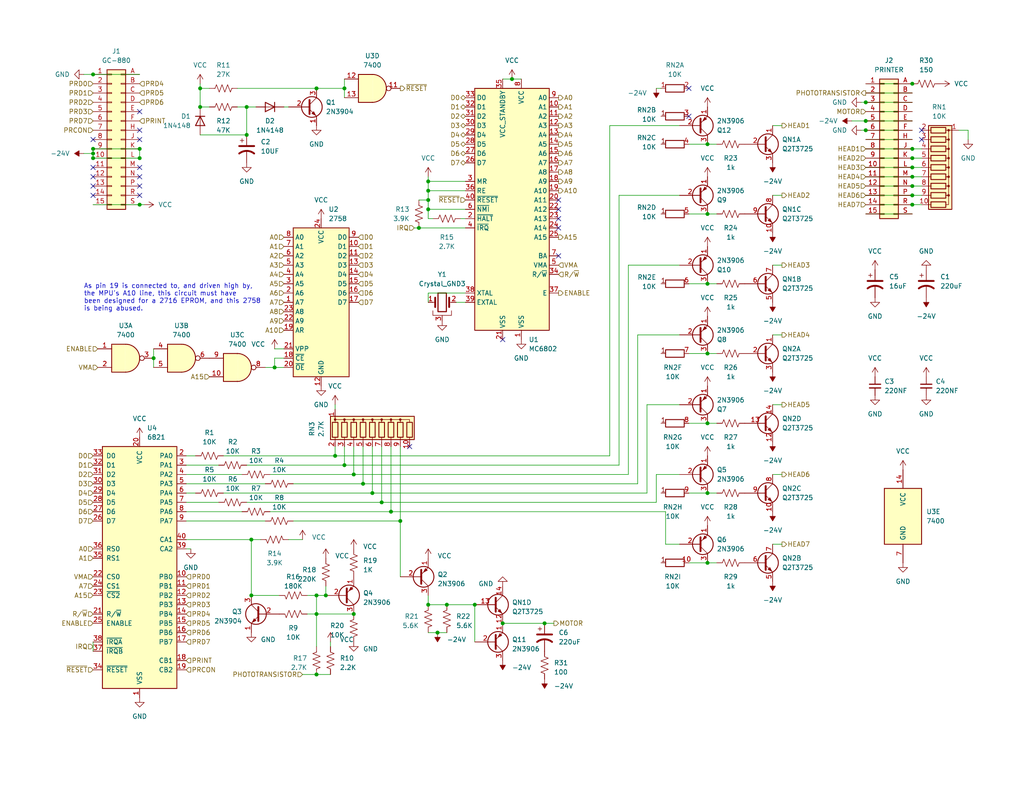
<source format=kicad_sch>
(kicad_sch (version 20230121) (generator eeschema)
  (paper "USLetter")
  (title_block (title "Telcon Ambassador IV - Electrosensitive Printer Controller"))
  (junction (at 109.22 142.24))
  (junction (at 193.04 134.62))
  (junction (at 96.52 129.54))
  (junction (at 248.92 43.18))
  (junction (at 121.92 165.1))
  (junction (at 248.92 22.86))
  (junction (at 86.36 167.64))
  (junction (at 248.92 53.34))
  (junction (at 236.22 33.02))
  (junction (at 38.1 43.18))
  (junction (at 93.98 127))
  (junction (at 25.4 20.32))
  (junction (at 67.31 29.21))
  (junction (at 25.4 41.91))
  (junction (at 193.04 153.67))
  (junction (at 248.92 45.72))
  (junction (at 193.04 115.57))
  (junction (at 41.91 97.79))
  (junction (at 25.4 40.64))
  (junction (at 86.36 184.15))
  (junction (at 119.38 172.72))
  (junction (at 148.59 170.18))
  (junction (at 106.68 139.7))
  (junction (at 193.04 96.52))
  (junction (at 86.36 24.13))
  (junction (at 248.92 55.88))
  (junction (at 54.61 24.13))
  (junction (at 116.84 57.15))
  (junction (at 129.54 165.1))
  (junction (at 193.04 39.37))
  (junction (at 193.04 77.47))
  (junction (at 54.61 29.21))
  (junction (at 248.92 50.8))
  (junction (at 114.3 62.23))
  (junction (at 86.36 162.56))
  (junction (at 236.22 27.94))
  (junction (at 116.84 165.1))
  (junction (at 88.9 162.56))
  (junction (at 193.04 58.42))
  (junction (at 137.16 170.18))
  (junction (at 91.44 124.46))
  (junction (at 236.22 35.56))
  (junction (at 116.84 49.53))
  (junction (at 248.92 48.26))
  (junction (at 139.7 21.59))
  (junction (at 38.1 40.64))
  (junction (at 38.1 55.88))
  (junction (at 96.52 167.64))
  (junction (at 104.14 137.16))
  (junction (at 74.93 100.33))
  (junction (at 68.58 147.32))
  (junction (at 68.58 162.56))
  (junction (at 248.92 40.64))
  (junction (at 116.84 52.07))
  (junction (at 116.84 54.61))
  (junction (at 25.4 43.18))
  (junction (at 101.6 134.62))
  (junction (at 99.06 132.08))
  (junction (at 93.98 24.13))
  (junction (at 67.31 36.83))
  (no_connect (at 152.4 69.85))
  (no_connect (at 137.16 92.71))
  (no_connect (at 251.46 38.1))
  (no_connect (at 251.46 35.56))
  (no_connect (at 152.4 54.61))
  (no_connect (at 152.4 57.15))
  (no_connect (at 152.4 59.69))
  (no_connect (at 152.4 62.23))
  (no_connect (at 187.96 24.13))
  (no_connect (at 187.96 31.75))
  (no_connect (at 111.76 121.92))
  (no_connect (at 25.4 38.1))
  (no_connect (at 38.1 35.56))
  (no_connect (at 38.1 38.1))
  (no_connect (at 38.1 30.48))
  (no_connect (at 25.4 45.72))
  (no_connect (at 25.4 48.26))
  (no_connect (at 25.4 50.8))
  (no_connect (at 25.4 53.34))
  (no_connect (at 38.1 53.34))
  (no_connect (at 38.1 50.8))
  (no_connect (at 38.1 48.26))
  (no_connect (at 38.1 45.72))
  (wire (pts (xy 151.13 170.18) (xy 148.59 170.18)))
  (wire (pts (xy 72.39 142.24) (xy 50.8 142.24)))
  (wire (pts (xy 116.84 49.53) (xy 116.84 48.26)))
  (wire (pts (xy 248.92 48.26) (xy 236.22 48.26)))
  (wire (pts (xy 93.98 127) (xy 67.31 127)))
  (wire (pts (xy 50.8 134.62) (xy 53.34 134.62)))
  (wire (pts (xy 127 80.01) (xy 116.84 80.01)))
  (wire (pts (xy 248.92 45.72) (xy 236.22 45.72)))
  (wire (pts (xy 74.93 97.79) (xy 77.47 97.79)))
  (wire (pts (xy 248.92 58.42) (xy 236.22 58.42)))
  (wire (pts (xy 264.16 38.1) (xy 264.16 35.56)))
  (wire (pts (xy 176.53 110.49) (xy 176.53 134.62)))
  (wire (pts (xy 50.8 147.32) (xy 68.58 147.32)))
  (wire (pts (xy 82.55 184.15) (xy 86.36 184.15)))
  (wire (pts (xy 86.36 162.56) (xy 86.36 167.64)))
  (wire (pts (xy 168.91 127) (xy 93.98 127)))
  (wire (pts (xy 38.1 20.32) (xy 25.4 20.32)))
  (wire (pts (xy 248.92 27.94) (xy 236.22 27.94)))
  (wire (pts (xy 116.84 172.72) (xy 119.38 172.72)))
  (wire (pts (xy 185.42 91.44) (xy 173.99 91.44)))
  (wire (pts (xy 74.93 100.33) (xy 74.93 97.79)))
  (wire (pts (xy 251.46 48.26) (xy 248.92 48.26)))
  (wire (pts (xy 86.36 162.56) (xy 88.9 162.56)))
  (wire (pts (xy 251.46 43.18) (xy 248.92 43.18)))
  (wire (pts (xy 69.85 29.21) (xy 67.31 29.21)))
  (wire (pts (xy 193.04 58.42) (xy 187.96 58.42)))
  (wire (pts (xy 109.22 142.24) (xy 109.22 121.92)))
  (wire (pts (xy 25.4 175.26) (xy 25.4 177.8)))
  (wire (pts (xy 116.84 59.69) (xy 118.11 59.69)))
  (wire (pts (xy 213.36 110.49) (xy 210.82 110.49)))
  (wire (pts (xy 195.58 58.42) (xy 193.04 58.42)))
  (wire (pts (xy 185.42 34.29) (xy 166.37 34.29)))
  (wire (pts (xy 41.91 97.79) (xy 41.91 100.33)))
  (wire (pts (xy 86.36 24.13) (xy 93.98 24.13)))
  (wire (pts (xy 106.68 139.7) (xy 73.66 139.7)))
  (wire (pts (xy 185.42 53.34) (xy 168.91 53.34)))
  (wire (pts (xy 119.38 172.72) (xy 121.92 172.72)))
  (wire (pts (xy 195.58 96.52) (xy 193.04 96.52)))
  (wire (pts (xy 54.61 24.13) (xy 57.15 24.13)))
  (wire (pts (xy 91.44 110.49) (xy 91.44 111.76)))
  (wire (pts (xy 166.37 34.29) (xy 166.37 124.46)))
  (wire (pts (xy 93.98 21.59) (xy 93.98 24.13)))
  (wire (pts (xy 179.07 137.16) (xy 104.14 137.16)))
  (wire (pts (xy 104.14 137.16) (xy 104.14 121.92)))
  (wire (pts (xy 193.04 39.37) (xy 195.58 39.37)))
  (wire (pts (xy 213.36 148.59) (xy 210.82 148.59)))
  (wire (pts (xy 93.98 24.13) (xy 93.98 26.67)))
  (wire (pts (xy 99.06 132.08) (xy 80.01 132.08)))
  (wire (pts (xy 264.16 35.56) (xy 261.62 35.56)))
  (wire (pts (xy 59.69 127) (xy 50.8 127)))
  (wire (pts (xy 248.92 22.86) (xy 236.22 22.86)))
  (wire (pts (xy 96.52 129.54) (xy 73.66 129.54)))
  (wire (pts (xy 193.04 153.67) (xy 187.96 153.67)))
  (wire (pts (xy 179.07 129.54) (xy 179.07 137.16)))
  (wire (pts (xy 116.84 80.01) (xy 116.84 82.55)))
  (wire (pts (xy 116.84 54.61) (xy 116.84 52.07)))
  (wire (pts (xy 88.9 160.02) (xy 88.9 162.56)))
  (wire (pts (xy 125.73 59.69) (xy 127 59.69)))
  (wire (pts (xy 116.84 52.07) (xy 116.84 49.53)))
  (wire (pts (xy 93.98 127) (xy 93.98 121.92)))
  (wire (pts (xy 171.45 129.54) (xy 96.52 129.54)))
  (wire (pts (xy 113.03 62.23) (xy 114.3 62.23)))
  (wire (pts (xy 52.07 149.86) (xy 50.8 149.86)))
  (wire (pts (xy 25.4 40.64) (xy 25.4 41.91)))
  (wire (pts (xy 181.61 139.7) (xy 106.68 139.7)))
  (wire (pts (xy 96.52 129.54) (xy 96.52 121.92)))
  (wire (pts (xy 127 57.15) (xy 116.84 57.15)))
  (wire (pts (xy 185.42 110.49) (xy 176.53 110.49)))
  (wire (pts (xy 193.04 77.47) (xy 187.96 77.47)))
  (wire (pts (xy 248.92 33.02) (xy 236.22 33.02)))
  (wire (pts (xy 234.95 27.94) (xy 236.22 27.94)))
  (wire (pts (xy 50.8 124.46) (xy 53.34 124.46)))
  (wire (pts (xy 187.96 134.62) (xy 193.04 134.62)))
  (wire (pts (xy 127 49.53) (xy 116.84 49.53)))
  (wire (pts (xy 38.1 40.64) (xy 38.1 43.18)))
  (wire (pts (xy 39.37 55.88) (xy 38.1 55.88)))
  (wire (pts (xy 251.46 45.72) (xy 248.92 45.72)))
  (wire (pts (xy 248.92 50.8) (xy 236.22 50.8)))
  (wire (pts (xy 68.58 147.32) (xy 71.12 147.32)))
  (wire (pts (xy 185.42 72.39) (xy 171.45 72.39)))
  (wire (pts (xy 139.7 21.59) (xy 142.24 21.59)))
  (wire (pts (xy 54.61 36.83) (xy 67.31 36.83)))
  (wire (pts (xy 185.42 129.54) (xy 179.07 129.54)))
  (wire (pts (xy 124.46 82.55) (xy 127 82.55)))
  (wire (pts (xy 213.36 72.39) (xy 210.82 72.39)))
  (wire (pts (xy 74.93 95.25) (xy 77.47 95.25)))
  (wire (pts (xy 67.31 29.21) (xy 64.77 29.21)))
  (wire (pts (xy 181.61 148.59) (xy 181.61 139.7)))
  (wire (pts (xy 59.69 137.16) (xy 50.8 137.16)))
  (wire (pts (xy 74.93 100.33) (xy 77.47 100.33)))
  (wire (pts (xy 114.3 54.61) (xy 116.84 54.61)))
  (wire (pts (xy 173.99 91.44) (xy 173.99 132.08)))
  (wire (pts (xy 38.1 43.18) (xy 25.4 43.18)))
  (wire (pts (xy 91.44 124.46) (xy 166.37 124.46)))
  (wire (pts (xy 54.61 29.21) (xy 57.15 29.21)))
  (wire (pts (xy 248.92 53.34) (xy 236.22 53.34)))
  (wire (pts (xy 251.46 53.34) (xy 248.92 53.34)))
  (wire (pts (xy 78.74 29.21) (xy 77.47 29.21)))
  (wire (pts (xy 195.58 77.47) (xy 193.04 77.47)))
  (wire (pts (xy 25.4 41.91) (xy 22.86 41.91)))
  (wire (pts (xy 64.77 24.13) (xy 86.36 24.13)))
  (wire (pts (xy 68.58 162.56) (xy 76.2 162.56)))
  (wire (pts (xy 91.44 124.46) (xy 91.44 121.92)))
  (wire (pts (xy 121.92 165.1) (xy 129.54 165.1)))
  (wire (pts (xy 193.04 96.52) (xy 187.96 96.52)))
  (wire (pts (xy 106.68 139.7) (xy 106.68 121.92)))
  (wire (pts (xy 25.4 41.91) (xy 25.4 43.18)))
  (wire (pts (xy 248.92 35.56) (xy 236.22 35.56)))
  (wire (pts (xy 129.54 165.1) (xy 129.54 175.26)))
  (wire (pts (xy 38.1 40.64) (xy 25.4 40.64)))
  (wire (pts (xy 168.91 53.34) (xy 168.91 127)))
  (wire (pts (xy 90.17 176.53) (xy 90.17 175.26)))
  (wire (pts (xy 86.36 167.64) (xy 83.82 167.64)))
  (wire (pts (xy 176.53 134.62) (xy 101.6 134.62)))
  (wire (pts (xy 116.84 165.1) (xy 116.84 162.56)))
  (wire (pts (xy 251.46 50.8) (xy 248.92 50.8)))
  (wire (pts (xy 96.52 167.64) (xy 86.36 167.64)))
  (wire (pts (xy 195.58 153.67) (xy 193.04 153.67)))
  (wire (pts (xy 114.3 62.23) (xy 127 62.23)))
  (wire (pts (xy 83.82 162.56) (xy 86.36 162.56)))
  (wire (pts (xy 72.39 100.33) (xy 74.93 100.33)))
  (wire (pts (xy 101.6 134.62) (xy 60.96 134.62)))
  (wire (pts (xy 78.74 147.32) (xy 82.55 147.32)))
  (wire (pts (xy 116.84 52.07) (xy 127 52.07)))
  (wire (pts (xy 54.61 24.13) (xy 54.61 29.21)))
  (wire (pts (xy 101.6 134.62) (xy 101.6 121.92)))
  (wire (pts (xy 248.92 30.48) (xy 236.22 30.48)))
  (wire (pts (xy 187.96 39.37) (xy 193.04 39.37)))
  (wire (pts (xy 187.96 115.57) (xy 193.04 115.57)))
  (wire (pts (xy 179.07 24.13) (xy 180.34 24.13)))
  (wire (pts (xy 54.61 22.86) (xy 54.61 24.13)))
  (wire (pts (xy 193.04 134.62) (xy 195.58 134.62)))
  (wire (pts (xy 72.39 132.08) (xy 50.8 132.08)))
  (wire (pts (xy 213.36 34.29) (xy 210.82 34.29)))
  (wire (pts (xy 213.36 91.44) (xy 210.82 91.44)))
  (wire (pts (xy 86.36 167.64) (xy 86.36 176.53)))
  (wire (pts (xy 171.45 72.39) (xy 171.45 129.54)))
  (wire (pts (xy 137.16 21.59) (xy 139.7 21.59)))
  (wire (pts (xy 121.92 165.1) (xy 116.84 165.1)))
  (wire (pts (xy 248.92 43.18) (xy 236.22 43.18)))
  (wire (pts (xy 248.92 38.1) (xy 236.22 38.1)))
  (wire (pts (xy 213.36 53.34) (xy 210.82 53.34)))
  (wire (pts (xy 234.95 35.56) (xy 236.22 35.56)))
  (wire (pts (xy 193.04 115.57) (xy 195.58 115.57)))
  (wire (pts (xy 67.31 29.21) (xy 67.31 36.83)))
  (wire (pts (xy 251.46 40.64) (xy 248.92 40.64)))
  (wire (pts (xy 22.86 20.32) (xy 25.4 20.32)))
  (wire (pts (xy 68.58 147.32) (xy 68.58 162.56)))
  (wire (pts (xy 185.42 148.59) (xy 181.61 148.59)))
  (wire (pts (xy 232.41 33.02) (xy 236.22 33.02)))
  (wire (pts (xy 91.44 124.46) (xy 60.96 124.46)))
  (wire (pts (xy 66.04 129.54) (xy 50.8 129.54)))
  (wire (pts (xy 116.84 57.15) (xy 116.84 59.69)))
  (wire (pts (xy 213.36 129.54) (xy 210.82 129.54)))
  (wire (pts (xy 248.92 25.4) (xy 236.22 25.4)))
  (wire (pts (xy 99.06 132.08) (xy 99.06 121.92)))
  (wire (pts (xy 248.92 40.64) (xy 236.22 40.64)))
  (wire (pts (xy 137.16 170.18) (xy 148.59 170.18)))
  (wire (pts (xy 109.22 142.24) (xy 109.22 157.48)))
  (wire (pts (xy 104.14 137.16) (xy 67.31 137.16)))
  (wire (pts (xy 248.92 55.88) (xy 236.22 55.88)))
  (wire (pts (xy 41.91 95.25) (xy 41.91 97.79)))
  (wire (pts (xy 38.1 55.88) (xy 25.4 55.88)))
  (wire (pts (xy 251.46 55.88) (xy 248.92 55.88)))
  (wire (pts (xy 90.17 184.15) (xy 86.36 184.15)))
  (wire (pts (xy 116.84 57.15) (xy 116.84 54.61)))
  (wire (pts (xy 109.22 142.24) (xy 80.01 142.24)))
  (wire (pts (xy 66.04 139.7) (xy 50.8 139.7)))
  (wire (pts (xy 99.06 132.08) (xy 173.99 132.08)))
  (text "As pin 19 is connected to, and driven high by,\nthe MPU's A10 line, this circuit must have \nbeen designed for a 2716 EPROM, and this 2758 \nis being abused." (at 22.86 85.09 0) (effects (font (size 1.27 1.27)) (justify left bottom)))
  (hierarchical_label "D4" (shape input) (at 97.79 74.93 0))
  (hierarchical_label "~{RESET}" (shape output) (at 109.22 24.13 0))
  (hierarchical_label "PRD0" (shape input) (at 25.4 22.86 180))
  (hierarchical_label "D4" (shape bidirectional) (at 127 36.83 180))
  (hierarchical_label "D5" (shape input) (at 25.4 137.16 180))
  (hierarchical_label "HEAD7" (shape output) (at 213.36 148.59 0))
  (hierarchical_label "HEAD4" (shape output) (at 213.36 91.44 0))
  (hierarchical_label "D5" (shape bidirectional) (at 127 39.37 180))
  (hierarchical_label "PRINT" (shape input) (at 38.1 33.02 0))
  (hierarchical_label "HEAD3" (shape input) (at 236.22 45.72 180))
  (hierarchical_label "HEAD5" (shape output) (at 213.36 110.49 0))
  (hierarchical_label "D6" (shape input) (at 97.79 80.01 0))
  (hierarchical_label "D1" (shape input) (at 25.4 127 180))
  (hierarchical_label "PRD1" (shape input) (at 25.4 25.4 180))
  (hierarchical_label "D6" (shape bidirectional) (at 127 41.91 180))
  (hierarchical_label "A7" (shape input) (at 77.47 82.55 180))
  (hierarchical_label "PRD5" (shape input) (at 38.1 25.4 0))
  (hierarchical_label "A4" (shape input) (at 77.47 74.93 180))
  (hierarchical_label "HEAD1" (shape output) (at 213.36 34.29 0))
  (hierarchical_label "A6" (shape output) (at 152.4 41.91 0))
  (hierarchical_label "A10" (shape output) (at 152.4 52.07 0))
  (hierarchical_label "D4" (shape input) (at 25.4 134.62 180))
  (hierarchical_label "R{slash}~{W}" (shape input) (at 25.4 167.64 180))
  (hierarchical_label "A3" (shape output) (at 152.4 34.29 0))
  (hierarchical_label "PRD2" (shape input) (at 50.8 162.56 0))
  (hierarchical_label "HEAD2" (shape input) (at 236.22 43.18 180))
  (hierarchical_label "VMA" (shape input) (at 152.4 72.39 0))
  (hierarchical_label "A5" (shape output) (at 152.4 39.37 0))
  (hierarchical_label "PHOTOTRANSISTOR" (shape output) (at 236.22 25.4 180))
  (hierarchical_label "A1" (shape input) (at 25.4 152.4 180))
  (hierarchical_label "D2" (shape input) (at 97.79 69.85 0))
  (hierarchical_label "HEAD4" (shape input) (at 236.22 48.26 180))
  (hierarchical_label "MOTOR" (shape output) (at 151.13 170.18 0))
  (hierarchical_label "PRD1" (shape input) (at 50.8 160.02 0))
  (hierarchical_label "HEAD3" (shape output) (at 213.36 72.39 0))
  (hierarchical_label "HEAD7" (shape input) (at 236.22 55.88 180))
  (hierarchical_label "MOTOR" (shape input) (at 236.22 30.48 180))
  (hierarchical_label "PRD6" (shape input) (at 38.1 27.94 0))
  (hierarchical_label "PHOTOTRANSISTOR" (shape input) (at 82.55 184.15 180))
  (hierarchical_label "A7" (shape output) (at 152.4 44.45 0))
  (hierarchical_label "VMA" (shape input) (at 26.67 100.33 180))
  (hierarchical_label "A7" (shape input) (at 25.4 160.02 180))
  (hierarchical_label "A1" (shape input) (at 77.47 67.31 180))
  (hierarchical_label "D7" (shape input) (at 25.4 142.24 180))
  (hierarchical_label "A4" (shape output) (at 152.4 36.83 0))
  (hierarchical_label "D1" (shape input) (at 97.79 67.31 0))
  (hierarchical_label "ENABLE" (shape input) (at 26.67 95.25 180))
  (hierarchical_label "D2" (shape input) (at 25.4 129.54 180))
  (hierarchical_label "A8" (shape output) (at 152.4 46.99 0))
  (hierarchical_label "D6" (shape input) (at 25.4 139.7 180))
  (hierarchical_label "PRD4" (shape input) (at 38.1 22.86 0))
  (hierarchical_label "PRD4" (shape input) (at 50.8 167.64 0))
  (hierarchical_label "IRQ" (shape input) (at 25.4 176.53 180))
  (hierarchical_label "A8" (shape input) (at 77.47 85.09 180))
  (hierarchical_label "A0" (shape input) (at 77.47 64.77 180))
  (hierarchical_label "IRQ" (shape input) (at 113.03 62.23 180))
  (hierarchical_label "A0" (shape input) (at 25.4 149.86 180))
  (hierarchical_label "A10" (shape input) (at 77.47 90.17 180))
  (hierarchical_label "D7" (shape bidirectional) (at 127 44.45 180))
  (hierarchical_label "PRD7" (shape input) (at 50.8 175.26 0))
  (hierarchical_label "D3" (shape input) (at 97.79 72.39 0))
  (hierarchical_label "A0" (shape output) (at 152.4 26.67 0))
  (hierarchical_label "PRD3" (shape input) (at 50.8 165.1 0))
  (hierarchical_label "HEAD5" (shape input) (at 236.22 50.8 180))
  (hierarchical_label "A15" (shape input) (at 25.4 162.56 180))
  (hierarchical_label "D2" (shape bidirectional) (at 127 31.75 180))
  (hierarchical_label "HEAD1" (shape input) (at 236.22 40.64 180))
  (hierarchical_label "A2" (shape input) (at 77.47 69.85 180))
  (hierarchical_label "D5" (shape input) (at 97.79 77.47 0))
  (hierarchical_label "ENABLE" (shape output) (at 152.4 80.01 0))
  (hierarchical_label "PRD6" (shape input) (at 50.8 172.72 0))
  (hierarchical_label "A15" (shape input) (at 57.15 102.87 180))
  (hierarchical_label "A3" (shape input) (at 77.47 72.39 180))
  (hierarchical_label "A1" (shape output) (at 152.4 29.21 0))
  (hierarchical_label "D3" (shape input) (at 25.4 132.08 180))
  (hierarchical_label "~{RESET}" (shape input) (at 127 54.61 180))
  (hierarchical_label "PRINT" (shape input) (at 50.8 180.34 0))
  (hierarchical_label "D7" (shape input) (at 97.79 82.55 0))
  (hierarchical_label "A15" (shape output) (at 152.4 64.77 0))
  (hierarchical_label "PRD0" (shape input) (at 50.8 157.48 0))
  (hierarchical_label "PRCON" (shape input) (at 50.8 182.88 0))
  (hierarchical_label "PRD3" (shape input) (at 25.4 30.48 180))
  (hierarchical_label "D0" (shape input) (at 97.79 64.77 0))
  (hierarchical_label "HEAD2" (shape output) (at 213.36 53.34 0))
  (hierarchical_label "PRD2" (shape input) (at 25.4 27.94 180))
  (hierarchical_label "A9" (shape output) (at 152.4 49.53 0))
  (hierarchical_label "A6" (shape input) (at 77.47 80.01 180))
  (hierarchical_label "A2" (shape output) (at 152.4 31.75 0))
  (hierarchical_label "A5" (shape input) (at 77.47 77.47 180))
  (hierarchical_label "D3" (shape bidirectional) (at 127 34.29 180))
  (hierarchical_label "ENABLE" (shape input) (at 25.4 170.18 180))
  (hierarchical_label "PRD5" (shape input) (at 50.8 170.18 0))
  (hierarchical_label "D0" (shape bidirectional) (at 127 26.67 180))
  (hierarchical_label "D0" (shape input) (at 25.4 124.46 180))
  (hierarchical_label "R{slash}~{W}" (shape input) (at 152.4 74.93 0))
  (hierarchical_label "PRCON" (shape input) (at 25.4 35.56 180))
  (hierarchical_label "VMA" (shape input) (at 25.4 157.48 180))
  (hierarchical_label "HEAD6" (shape output) (at 213.36 129.54 0))
  (hierarchical_label "HEAD6" (shape input) (at 236.22 53.34 180))
  (hierarchical_label "PRD7" (shape input) (at 25.4 33.02 180))
  (hierarchical_label "D1" (shape bidirectional) (at 127 29.21 180))
  (hierarchical_label "~{RESET}" (shape input) (at 25.4 182.88 180))
  (hierarchical_label "A9" (shape input) (at 77.47 87.63 180))
  (symbol (lib_id "Device:R_US") (at 60.96 29.21 90) (unit 1)
    (property "Reference" "R12" (at 60.96 33.02 90))
    (property "Value" "47K" (at 60.96 35.56 90))
    (property "Footprint" "Resistor_THT:R_Axial_DIN0309_L9.0mm_D3.2mm_P12.70mm_Horizontal" (effects hide))
  )
  (symbol (lib_id "74xx:7400") (at 101.6 24.13 0) (unit 4)
    (property "Reference" "U3" (at 101.6 15.24 0))
    (property "Value" "7400" (at 101.6 17.78 0))
    (property "Footprint" "Package_DIP:DIP-14_W7.62mm" (effects hide))
    (property "Datasheet" "http://www.ti.com/lit/gpn/sn7400" (effects hide))
  )
  (symbol (lib_id "power:VCC") (at 256.54 22.86 270) (unit 1)
    (property "Reference" "#PWR0109" (effects hide))
    (property "Value" "VCC" (at 260.35 22.8599 90) (effects (justify left)))
  )
  (symbol (lib_id "power:-24V") (at 210.82 44.45 180) (unit 1)
    (property "Reference" "#PWR040" (effects hide))
    (property "Value" "-24V" (at 210.82 49.53 0))
  )
  (symbol (lib_id "Transistor_BJT:2N3906") (at 190.5 129.54 0) (mirror x) (unit 1)
    (property "Reference" "Q5" (at 195.58 128.2699 0) (effects (justify left)))
    (property "Value" "2N3906" (at 195.58 130.8099 0) (effects (justify left)))
    (property "Footprint" "Package_TO_SOT_THT:TO-92_Inline_Wide" (effects hide))
    (property "Datasheet" "https://www.onsemi.com/pub/Collateral/2N3906-D.PDF" (effects hide))
  )
  (symbol (lib_id "Device:R_Network09_Split") (at 184.15 39.37 90) (unit 3)
    (property "Reference" "RN2" (at 179.07 37.5966 90) (effects (justify left)))
    (property "Value" "10K" (at 179.07 40.1366 90) (effects (justify left)))
    (property "Footprint" "Resistor_THT:R_Array_SIP10" (effects hide))
    (property "Datasheet" "http://www.vishay.com/docs/31509/csc.pdf" (effects hide))
  )
  (symbol (lib_id "power:GND") (at 38.1 190.5 0) (unit 1)
    (property "Reference" "#PWR04" (effects hide))
    (property "Value" "GND" (at 38.1 195.58 0))
  )
  (symbol (lib_id "power:GND") (at 238.76 81.28 0) (unit 1)
    (property "Reference" "#PWR0108" (effects hide))
    (property "Value" "GND" (at 238.76 86.36 0))
  )
  (symbol (lib_id "power:GND") (at 238.76 107.95 0) (unit 1)
    (property "Reference" "#PWR011" (effects hide))
    (property "Value" "GND" (at 238.76 113.03 0))
  )
  (symbol (lib_id "Device:R_US") (at 76.2 142.24 90) (unit 1)
    (property "Reference" "R8" (at 76.2 135.89 90))
    (property "Value" "10K" (at 76.2 138.43 90))
    (property "Footprint" "Resistor_THT:R_Axial_DIN0309_L9.0mm_D3.2mm_P12.70mm_Horizontal" (effects hide))
  )
  (symbol (lib_id "power:GND") (at 264.16 38.1 0) (unit 1)
    (property "Reference" "#PWR048" (effects hide))
    (property "Value" "GND" (at 264.16 43.18 0))
  )
  (symbol (lib_id "Transistor_BJT:2N3906") (at 190.5 34.29 0) (mirror x) (unit 1)
    (property "Reference" "Q12" (at 195.58 35.5601 0) (effects (justify left)))
    (property "Value" "2N3906" (at 195.58 33.0201 0) (effects (justify left)))
    (property "Footprint" "Package_TO_SOT_THT:TO-92_Inline_Wide" (effects hide))
    (property "Datasheet" "https://www.onsemi.com/pub/Collateral/2N3906-D.PDF" (effects hide))
  )
  (symbol (lib_id "Device:R_US") (at 63.5 127 90) (unit 1)
    (property "Reference" "R2" (at 63.5 120.65 90))
    (property "Value" "10K" (at 63.5 123.19 90))
    (property "Footprint" "Resistor_THT:R_Axial_DIN0309_L9.0mm_D3.2mm_P12.70mm_Horizontal" (effects hide))
  )
  (symbol (lib_id "power:VCC") (at 193.04 48.26 0) (unit 1)
    (property "Reference" "#PWR034" (effects hide))
    (property "Value" "VCC" (at 193.04 43.18 0))
  )
  (symbol (lib_id "Device:R_US") (at 199.39 39.37 90) (unit 1)
    (property "Reference" "R23" (at 199.39 43.18 90))
    (property "Value" "1k" (at 199.39 45.72 90))
    (property "Footprint" "Resistor_THT:R_Axial_DIN0309_L9.0mm_D3.2mm_P12.70mm_Horizontal" (effects hide))
  )
  (symbol (lib_id "power:VCC") (at 193.04 105.41 0) (unit 1)
    (property "Reference" "#PWR037" (effects hide))
    (property "Value" "VCC" (at 193.04 100.33 0))
  )
  (symbol (lib_id "power:VCC") (at 238.76 73.66 0) (unit 1)
    (property "Reference" "#PWR0107" (effects hide))
    (property "Value" "VCC" (at 238.76 68.58 0))
  )
  (symbol (lib_id "power:-24V") (at 148.59 185.42 180) (unit 1)
    (property "Reference" "#PWR0110" (effects hide))
    (property "Value" "-24V" (at 151.13 187.325 0) (effects (justify right)))
  )
  (symbol (lib_id "Device:R_US") (at 199.39 153.67 90) (unit 1)
    (property "Reference" "R29" (at 199.39 157.48 90))
    (property "Value" "1k" (at 199.39 160.02 90))
    (property "Footprint" "Resistor_THT:R_Axial_DIN0309_L9.0mm_D3.2mm_P12.70mm_Horizontal" (effects hide))
  )
  (symbol (lib_id "power:VCC") (at 87.63 59.69 0) (unit 1)
    (property "Reference" "#PWR029" (effects hide))
    (property "Value" "VCC" (at 87.63 54.61 0))
  )
  (symbol (lib_id "Device:R_US") (at 199.39 58.42 90) (unit 1)
    (property "Reference" "R24" (at 199.39 62.23 90))
    (property "Value" "1k" (at 199.39 64.77 90))
    (property "Footprint" "Resistor_THT:R_Axial_DIN0309_L9.0mm_D3.2mm_P12.70mm_Horizontal" (effects hide))
  )
  (symbol (lib_id "74xx:7400") (at 49.53 97.79 0) (unit 2)
    (property "Reference" "U3" (at 49.53 88.9 0))
    (property "Value" "7400" (at 49.53 91.44 0))
    (property "Footprint" "Package_DIP:DIP-14_W7.62mm" (effects hide))
    (property "Datasheet" "http://www.ti.com/lit/gpn/sn7400" (effects hide))
  )
  (symbol (lib_id "Device:C_Small") (at 238.76 105.41 0) (unit 1)
    (property "Reference" "C3" (at 241.3 104.1462 0) (effects (justify left)))
    (property "Value" "220NF" (at 241.3 106.6862 0) (effects (justify left)))
    (property "Footprint" "Capacitor_THT:C_Rect_L7.0mm_W2.0mm_P5.00mm" (effects hide))
  )
  (symbol (lib_id "Device:R_US") (at 60.96 24.13 90) (unit 1)
    (property "Reference" "R11" (at 60.96 17.78 90))
    (property "Value" "27K" (at 60.96 20.32 90))
    (property "Footprint" "Resistor_THT:R_Axial_DIN0309_L9.0mm_D3.2mm_P12.70mm_Horizontal" (effects hide))
  )
  (symbol (lib_id "74xx:7400") (at 246.38 140.97 0) (unit 5)
    (property "Reference" "U3" (at 252.73 139.6999 0) (effects (justify left)))
    (property "Value" "7400" (at 252.73 142.2399 0) (effects (justify left)))
    (property "Footprint" "Package_DIP:DIP-14_W7.62mm" (effects hide))
    (property "Datasheet" "http://www.ti.com/lit/gpn/sn7400" (effects hide))
  )
  (symbol (lib_id "Device:R_US") (at 57.15 134.62 90) (unit 1)
    (property "Reference" "R5" (at 57.15 128.27 90))
    (property "Value" "10K" (at 57.15 130.81 90))
    (property "Footprint" "Resistor_THT:R_Axial_DIN0309_L9.0mm_D3.2mm_P12.70mm_Horizontal" (effects hide))
  )
  (symbol (lib_id "Device:R_US") (at 96.52 153.67 0) (unit 1)
    (property "Reference" "R19" (at 99.06 153.035 0) (effects (justify left)))
    (property "Value" "1K" (at 99.06 155.575 0) (effects (justify left)))
    (property "Footprint" "Resistor_THT:R_Axial_DIN0309_L9.0mm_D3.2mm_P12.70mm_Horizontal" (effects hide))
  )
  (symbol (lib_id "power:VCC") (at 54.61 22.86 0) (unit 1)
    (property "Reference" "#PWR027" (effects hide))
    (property "Value" "VCC" (at 54.61 17.78 0))
  )
  (symbol (lib_id "Device:C_Polarized_US") (at 238.76 77.47 0) (unit 1)
    (property "Reference" "C5" (at 242.57 75.5649 0) (effects (justify left)))
    (property "Value" "16uF" (at 242.57 78.1049 0) (effects (justify left)))
    (property "Footprint" "Capacitor_THT:CP_Radial_Tantal_D5.0mm_P5.00mm" (effects hide))
  )
  (symbol (lib_id "Device:R_Network09_Split") (at 184.15 77.47 90) (unit 5)
    (property "Reference" "RN2" (at 179.07 75.6966 90) (effects (justify left)))
    (property "Value" "10K" (at 179.07 78.2366 90) (effects (justify left)))
    (property "Footprint" "Resistor_THT:R_Array_SIP10" (effects hide))
    (property "Datasheet" "http://www.vishay.com/docs/31509/csc.pdf" (effects hide))
  )
  (symbol (lib_id "Device:R_US") (at 69.85 129.54 90) (unit 1)
    (property "Reference" "R3" (at 69.85 123.19 90))
    (property "Value" "10K" (at 69.85 125.73 90))
    (property "Footprint" "Resistor_THT:R_Axial_DIN0309_L9.0mm_D3.2mm_P12.70mm_Horizontal" (effects hide))
  )
  (symbol (lib_id "Device:R_US") (at 88.9 156.21 0) (unit 1)
    (property "Reference" "R18" (at 86.36 155.575 0) (effects (justify right)))
    (property "Value" "220K" (at 86.36 158.115 0) (effects (justify right)))
    (property "Footprint" "Resistor_THT:R_Axial_DIN0309_L9.0mm_D3.2mm_P12.70mm_Horizontal" (effects hide))
  )
  (symbol (lib_id "Device:R_Network09_Split") (at 184.15 31.75 90) (unit 2)
    (property "Reference" "RN2" (at 179.07 30.0362 90) (effects (justify left)))
    (property "Value" "10K" (at 179.07 32.5762 90) (effects (justify left)))
    (property "Footprint" "Resistor_THT:R_Array_SIP10" (effects hide))
    (property "Datasheet" "http://www.vishay.com/docs/31509/csc.pdf" (effects hide))
  )
  (symbol (lib_id "Transistor_BJT:2N3904") (at 83.82 29.21 0) (unit 1)
    (property "Reference" "Q1" (at 88.9 27.9399 0) (effects (justify left)))
    (property "Value" "2N3904" (at 88.9 30.4799 0) (effects (justify left)))
    (property "Footprint" "Package_TO_SOT_THT:TO-92_Inline_Wide" (effects hide))
    (property "Datasheet" "https://www.onsemi.com/pub/Collateral/2N3903-D.PDF" (effects hide))
  )
  (symbol (lib_id "MyCardEdge:CardEdge_02x15_Top_Bottom") (at 241.3 40.64 0) (unit 1)
    (property "Reference" "J2" (at 242.57 16.51 0))
    (property "Value" "PRINTER" (at 242.57 19.05 0))
    (property "Footprint" "ambassador:CardSocket_1x15_P3.96mm_Vertical" (effects hide))
  )
  (symbol (lib_id "power:-24V") (at 179.07 24.13 180) (unit 1)
    (property "Reference" "#PWR047" (effects hide))
    (property "Value" "-24V" (at 176.53 25.3999 0) (effects (justify left)))
  )
  (symbol (lib_id "Device:R_US") (at 199.39 96.52 90) (unit 1)
    (property "Reference" "R26" (at 199.39 100.33 90))
    (property "Value" "1k" (at 199.39 102.87 90))
    (property "Footprint" "Resistor_THT:R_Axial_DIN0309_L9.0mm_D3.2mm_P12.70mm_Horizontal" (effects hide))
  )
  (symbol (lib_id "Diode:1N4148") (at 54.61 33.02 270) (unit 1)
    (property "Reference" "D1" (at 52.07 31.7499 90) (effects (justify right)))
    (property "Value" "1N4148" (at 52.07 34.2899 90) (effects (justify right)))
    (property "Footprint" "Diode_THT:D_DO-35_SOD27_P12.70mm_Horizontal" (effects hide))
    (property "Datasheet" "https://assets.nexperia.com/documents/data-sheet/1N4148_1N4448.pdf" (effects hide))
  )
  (symbol (lib_id "power:VCC") (at 91.44 110.49 0) (unit 1)
    (property "Reference" "#PWR09" (effects hide))
    (property "Value" "VCC" (at 91.44 105.41 0))
  )
  (symbol (lib_id "Device:R_Network09_Split") (at 184.15 58.42 90) (unit 4)
    (property "Reference" "RN2" (at 179.07 56.6466 90) (effects (justify left)))
    (property "Value" "10K" (at 179.07 59.1866 90) (effects (justify left)))
    (property "Footprint" "Resistor_THT:R_Array_SIP10" (effects hide))
    (property "Datasheet" "http://www.vishay.com/docs/31509/csc.pdf" (effects hide))
  )
  (symbol (lib_id "power:VCC") (at 193.04 67.31 0) (unit 1)
    (property "Reference" "#PWR035" (effects hide))
    (property "Value" "VCC" (at 193.04 62.23 0))
  )
  (symbol (lib_id "Device:R_US") (at 199.39 115.57 90) (unit 1)
    (property "Reference" "R27" (at 199.39 119.38 90))
    (property "Value" "1k" (at 199.39 121.92 90))
    (property "Footprint" "Resistor_THT:R_Axial_DIN0309_L9.0mm_D3.2mm_P12.70mm_Horizontal" (effects hide))
  )
  (symbol (lib_id "Device:Q2T3725") (at 208.28 134.62 0) (unit 3)
    (property "Reference" "QN2" (at 213.36 133.3499 0) (effects (justify left)))
    (property "Value" "Q2T3725" (at 213.36 135.8899 0) (effects (justify left)))
    (property "Footprint" "Package_DIP:DIP-14_W7.62mm" (effects hide))
  )
  (symbol (lib_id "Device:R_US") (at 80.01 167.64 270) (mirror x) (unit 1)
    (property "Reference" "R9" (at 80.01 171.45 90))
    (property "Value" "10K" (at 80.01 173.99 90))
    (property "Footprint" "Resistor_THT:R_Axial_DIN0309_L9.0mm_D3.2mm_P12.70mm_Horizontal" (effects hide))
  )
  (symbol (lib_id "Transistor_BJT:2N3906") (at 93.98 162.56 0) (mirror x) (unit 1)
    (property "Reference" "Q4" (at 99.06 161.925 0) (effects (justify left)))
    (property "Value" "2N3906" (at 99.06 164.465 0) (effects (justify left)))
    (property "Footprint" "Package_TO_SOT_THT:TO-92_Inline_Wide" (effects hide))
    (property "Datasheet" "https://www.onsemi.com/pub/Collateral/2N3906-D.PDF" (effects hide))
  )
  (symbol (lib_id "74xx:7400") (at 34.29 97.79 0) (unit 1)
    (property "Reference" "U3" (at 34.29 88.9 0))
    (property "Value" "7400" (at 34.29 91.44 0))
    (property "Footprint" "Package_DIP:DIP-14_W7.62mm" (effects hide))
    (property "Datasheet" "http://www.ti.com/lit/gpn/sn7400" (effects hide))
  )
  (symbol (lib_id "Device:R_US") (at 90.17 180.34 180) (unit 1)
    (property "Reference" "R10" (at 92.71 179.705 0) (effects (justify right)))
    (property "Value" "2.2K" (at 92.71 182.245 0) (effects (justify right)))
    (property "Footprint" "Resistor_THT:R_Axial_DIN0309_L9.0mm_D3.2mm_P12.70mm_Horizontal" (effects hide))
  )
  (symbol (lib_id "power:GND") (at 22.86 20.32 270) (unit 1)
    (property "Reference" "#PWR01" (effects hide))
    (property "Value" "GND" (at 19.05 20.3199 90) (effects (justify right)))
  )
  (symbol (lib_id "Device:C_Small") (at 252.73 105.41 0) (unit 1)
    (property "Reference" "C4" (at 255.27 104.1462 0) (effects (justify left)))
    (property "Value" "220NF" (at 255.27 106.6862 0) (effects (justify left)))
    (property "Footprint" "Capacitor_THT:C_Rect_L7.0mm_W2.0mm_P5.00mm" (effects hide))
  )
  (symbol (lib_id "Device:Q2T3725") (at 208.28 115.57 0) (unit 4)
    (property "Reference" "QN2" (at 213.36 114.2999 0) (effects (justify left)))
    (property "Value" "Q2T3725" (at 213.36 116.8399 0) (effects (justify left)))
    (property "Footprint" "Package_DIP:DIP-14_W7.62mm" (effects hide))
  )
  (symbol (lib_id "power:GND") (at 87.63 105.41 0) (unit 1)
    (property "Reference" "#PWR030" (effects hide))
    (property "Value" "GND" (at 87.63 110.49 0))
  )
  (symbol (lib_id "power:VCC") (at 39.37 55.88 270) (unit 1)
    (property "Reference" "#PWR05" (effects hide))
    (property "Value" "VCC" (at 43.18 55.8799 90) (effects (justify left)))
  )
  (symbol (lib_id "power:-24V") (at 232.41 33.02 90) (unit 1)
    (property "Reference" "#PWR0102" (effects hide))
    (property "Value" "-24V" (at 228.6 33.0199 90) (effects (justify left)))
  )
  (symbol (lib_id "power:VCC") (at 116.84 152.4 0) (unit 1)
    (property "Reference" "#PWR025" (effects hide))
    (property "Value" "VCC" (at 119.38 151.765 0) (effects (justify left)))
  )
  (symbol (lib_id "power:GND") (at 142.24 92.71 0) (unit 1)
    (property "Reference" "#PWR021" (effects hide))
    (property "Value" "GND" (at 142.24 97.79 0))
  )
  (symbol (lib_id "power:VCC") (at 116.84 48.26 0) (unit 1)
    (property "Reference" "#PWR017" (effects hide))
    (property "Value" "VCC" (at 116.84 43.18 0))
  )
  (symbol (lib_id "power:GND") (at 96.52 175.26 0) (unit 1)
    (property "Reference" "#PWR024" (effects hide))
    (property "Value" "GND" (at 99.06 177.165 0) (effects (justify left)))
  )
  (symbol (lib_id "Device:Q2T3725") (at 208.28 77.47 0) (unit 2)
    (property "Reference" "QN1" (at 213.36 76.1999 0) (effects (justify left)))
    (property "Value" "Q2T3725" (at 213.36 78.7399 0) (effects (justify left)))
    (property "Footprint" "Package_DIP:DIP-14_W7.62mm" (effects hide))
  )
  (symbol (lib_id "Device:Q2T3725") (at 208.28 58.42 0) (unit 3)
    (property "Reference" "QN1" (at 213.36 57.1499 0) (effects (justify left)))
    (property "Value" "Q2T3725" (at 213.36 59.6899 0) (effects (justify left)))
    (property "Footprint" "Package_DIP:DIP-14_W7.62mm" (effects hide))
  )
  (symbol (lib_id "power:GND") (at 137.16 160.02 0) (mirror x) (unit 1)
    (property "Reference" "#PWR031" (effects hide))
    (property "Value" "GND" (at 134.62 159.385 0) (effects (justify right)))
  )
  (symbol (lib_id "power:VCC") (at 193.04 29.21 0) (unit 1)
    (property "Reference" "#PWR033" (effects hide))
    (property "Value" "VCC" (at 193.04 24.13 0))
  )
  (symbol (lib_id "Diode:1N4148") (at 73.66 29.21 180) (unit 1)
    (property "Reference" "D2" (at 73.66 33.02 0))
    (property "Value" "1N4148" (at 73.66 35.56 0))
    (property "Footprint" "Diode_THT:D_DO-35_SOD27_P12.70mm_Horizontal" (effects hide))
    (property "Datasheet" "https://assets.nexperia.com/documents/data-sheet/1N4148_1N4448.pdf" (effects hide))
  )
  (symbol (lib_id "power:GND") (at 234.95 35.56 270) (unit 1)
    (property "Reference" "#PWR0101" (effects hide))
    (property "Value" "GND" (at 231.14 35.5599 90) (effects (justify right)))
  )
  (symbol (lib_id "power:GND") (at 234.95 27.94 270) (unit 1)
    (property "Reference" "#PWR0105" (effects hide))
    (property "Value" "GND" (at 231.14 27.9399 90) (effects (justify right)))
  )
  (symbol (lib_id "power:-24V") (at 137.16 180.34 180) (unit 1)
    (property "Reference" "#PWR032" (effects hide))
    (property "Value" "-24V" (at 139.7 182.245 0) (effects (justify right)))
  )
  (symbol (lib_id "Transistor_BJT:2N3906") (at 190.5 53.34 0) (mirror x) (unit 1)
    (property "Reference" "Q9" (at 195.58 54.6101 0) (effects (justify left)))
    (property "Value" "2N3906" (at 195.58 52.0701 0) (effects (justify left)))
    (property "Footprint" "Package_TO_SOT_THT:TO-92_Inline_Wide" (effects hide))
    (property "Datasheet" "https://www.onsemi.com/pub/Collateral/2N3906-D.PDF" (effects hide))
  )
  (symbol (lib_id "Device:R_Network09_Split") (at 184.15 115.57 90) (unit 7)
    (property "Reference" "RN2" (at 183.5539 119.38 90))
    (property "Value" "10K" (at 183.5539 121.92 90))
    (property "Footprint" "Resistor_THT:R_Array_SIP10" (effects hide))
    (property "Datasheet" "http://www.vishay.com/docs/31509/csc.pdf" (effects hide))
  )
  (symbol (lib_id "Device:R_US") (at 80.01 162.56 90) (mirror x) (unit 1)
    (property "Reference" "R16" (at 80.01 157.48 90))
    (property "Value" "180K" (at 80.01 160.02 90))
    (property "Footprint" "Resistor_THT:R_Axial_DIN0309_L9.0mm_D3.2mm_P12.70mm_Horizontal" (effects hide))
  )
  (symbol (lib_id "Device:R_US") (at 199.39 77.47 90) (unit 1)
    (property "Reference" "R25" (at 199.39 81.28 90))
    (property "Value" "1k" (at 199.39 83.82 90))
    (property "Footprint" "Resistor_THT:R_Axial_DIN0309_L9.0mm_D3.2mm_P12.70mm_Horizontal" (effects hide))
  )
  (symbol (lib_id "Device:R_Network09_Split") (at 184.15 24.13 90) (unit 1)
    (property "Reference" "RN2" (at 184.15 17.78 90))
    (property "Value" "10K" (at 184.15 20.32 90))
    (property "Footprint" "Resistor_THT:R_Array_SIP10" (effects hide))
    (property "Datasheet" "http://www.vishay.com/docs/31509/csc.pdf" (effects hide))
  )
  (symbol (lib_id "power:VCC") (at 246.38 128.27 0) (unit 1)
    (property "Reference" "#PWR014" (effects hide))
    (property "Value" "VCC" (at 246.38 123.19 0))
  )
  (symbol (lib_id "power:GND") (at 252.73 107.95 0) (unit 1)
    (property "Reference" "#PWR013" (effects hide))
    (property "Value" "GND" (at 252.73 113.03 0))
  )
  (symbol (lib_id "Device:R_US") (at 63.5 137.16 90) (unit 1)
    (property "Reference" "R6" (at 63.5 130.81 90))
    (property "Value" "10K" (at 63.5 133.35 90))
    (property "Footprint" "Resistor_THT:R_Axial_DIN0309_L9.0mm_D3.2mm_P12.70mm_Horizontal" (effects hide))
  )
  (symbol (lib_id "Transistor_BJT:2N3906") (at 190.5 72.39 0) (mirror x) (unit 1)
    (property "Reference" "Q10" (at 195.58 73.6601 0) (effects (justify left)))
    (property "Value" "2N3906" (at 195.58 71.1201 0) (effects (justify left)))
    (property "Footprint" "Package_TO_SOT_THT:TO-92_Inline_Wide" (effects hide))
    (property "Datasheet" "https://www.onsemi.com/pub/Collateral/2N3906-D.PDF" (effects hide))
  )
  (symbol (lib_id "Device:Q2T3725") (at 134.62 165.1 0) (unit 4)
    (property "Reference" "QN1" (at 139.7 164.465 0) (effects (justify left)))
    (property "Value" "Q2T3725" (at 139.7 167.005 0) (effects (justify left)))
    (property "Footprint" "Package_DIP:DIP-14_W7.62mm" (effects hide))
  )
  (symbol (lib_id "power:VCC") (at 88.9 152.4 0) (mirror y) (unit 1)
    (property "Reference" "#PWR020" (effects hide))
    (property "Value" "VCC" (at 91.44 151.765 0) (effects (justify right)))
  )
  (symbol (lib_id "74xx:7400") (at 64.77 100.33 0) (unit 3)
    (property "Reference" "U3" (at 64.77 91.44 0))
    (property "Value" "7400" (at 64.77 93.98 0))
    (property "Footprint" "Package_DIP:DIP-14_W7.62mm" (effects hide))
    (property "Datasheet" "http://www.ti.com/lit/gpn/sn7400" (effects hide))
  )
  (symbol (lib_id "Transistor_BJT:2N3906") (at 134.62 175.26 0) (mirror x) (unit 1)
    (property "Reference" "Q11" (at 139.7 174.625 0) (effects (justify left)))
    (property "Value" "2N3906" (at 139.7 177.165 0) (effects (justify left)))
    (property "Footprint" "Package_TO_SOT_THT:TO-92_Inline_Wide" (effects hide))
    (property "Datasheet" "https://www.onsemi.com/pub/Collateral/2N3906-D.PDF" (effects hide))
  )
  (symbol (lib_id "power:VCC") (at 238.76 102.87 0) (unit 1)
    (property "Reference" "#PWR010" (effects hide))
    (property "Value" "VCC" (at 238.76 97.79 0))
  )
  (symbol (lib_id "Interface:6821") (at 38.1 154.94 0) (unit 1)
    (property "Reference" "U4" (at 40.1194 116.84 0) (effects (justify left)))
    (property "Value" "6821" (at 40.1194 119.38 0) (effects (justify left)))
    (property "Footprint" "Package_DIP:DIP-40_W15.24mm" (effects hide))
    (property "Datasheet" "http://pdf.datasheetcatalog.com/datasheet/motorola/6821.pdf" (effects hide))
  )
  (symbol (lib_id "Device:R_Network09_Split") (at 184.15 96.52 90) (unit 6)
    (property "Reference" "RN2" (at 183.5539 100.33 90))
    (property "Value" "10K" (at 183.5539 102.87 90))
    (property "Footprint" "Resistor_THT:R_Array_SIP10" (effects hide))
    (property "Datasheet" "http://www.vishay.com/docs/31509/csc.pdf" (effects hide))
  )
  (symbol (lib_id "power:VCC") (at 82.55 147.32 0) (unit 1)
    (property "Reference" "#PWR019" (effects hide))
    (property "Value" "VCC" (at 85.09 146.685 0) (effects (justify left)))
  )
  (symbol (lib_id "MyCardEdge:CardEdge_02x15_Top_Bottom") (at 30.48 38.1 0) (unit 1)
    (property "Reference" "J1" (at 31.75 13.97 0))
    (property "Value" "GC-880" (at 31.75 16.51 0))
    (property "Footprint" "ambassador:CARDEDGE_2x15_P3.96mm" (effects hide))
  )
  (symbol (lib_id "Device:R_US") (at 116.84 168.91 0) (mirror y) (unit 1)
    (property "Reference" "R21" (at 114.3 168.275 0) (effects (justify left)))
    (property "Value" "5.6K" (at 114.3 170.815 0) (effects (justify left)))
    (property "Footprint" "Resistor_THT:R_Axial_DIN0309_L9.0mm_D3.2mm_P12.70mm_Horizontal" (effects hide))
  )
  (symbol (lib_id "power:GND") (at 252.73 73.66 180) (unit 1)
    (property "Reference" "#PWR07" (effects hide))
    (property "Value" "GND" (at 252.73 68.58 0))
  )
  (symbol (lib_id "power:GND") (at 52.07 149.86 0) (unit 1)
    (property "Reference" "#PWR06" (effects hide))
    (property "Value" "GND" (at 52.07 154.94 0))
  )
  (symbol (lib_id "Transistor_BJT:2N3906") (at 190.5 110.49 0) (mirror x) (unit 1)
    (property "Reference" "Q7" (at 195.58 111.7601 0) (effects (justify left)))
    (property "Value" "2N3906" (at 195.58 109.2201 0) (effects (justify left)))
    (property "Footprint" "Package_TO_SOT_THT:TO-92_Inline_Wide" (effects hide))
    (property "Datasheet" "https://www.onsemi.com/pub/Collateral/2N3906-D.PDF" (effects hide))
  )
  (symbol (lib_id "power:VCC") (at 96.52 149.86 0) (mirror y) (unit 1)
    (property "Reference" "#PWR023" (effects hide))
    (property "Value" "VCC" (at 99.06 149.225 0) (effects (justify right)))
  )
  (symbol (lib_id "power:VCC") (at 38.1 119.38 0) (unit 1)
    (property "Reference" "#PWR03" (effects hide))
    (property "Value" "VCC" (at 38.1 114.3 0))
  )
  (symbol (lib_id "Device:R_US") (at 57.15 124.46 90) (unit 1)
    (property "Reference" "R1" (at 57.15 118.11 90))
    (property "Value" "10K" (at 57.15 120.65 90))
    (property "Footprint" "Resistor_THT:R_Axial_DIN0309_L9.0mm_D3.2mm_P12.70mm_Horizontal" (effects hide))
  )
  (symbol (lib_id "power:-24V") (at 210.82 120.65 180) (unit 1)
    (property "Reference" "#PWR044" (effects hide))
    (property "Value" "-24V" (at 210.82 125.73 0))
  )
  (symbol (lib_id "Device:R_Network09_Split") (at 184.15 153.67 90) (unit 9)
    (property "Reference" "RN2" (at 183.5539 157.48 90))
    (property "Value" "10K" (at 183.5539 160.02 90))
    (property "Footprint" "Resistor_THT:R_Array_SIP10" (effects hide))
    (property "Datasheet" "http://www.vishay.com/docs/31509/csc.pdf" (effects hide))
  )
  (symbol (lib_id "Transistor_BJT:2N3904") (at 71.12 167.64 0) (mirror y) (unit 1)
    (property "Reference" "Q3" (at 66.04 167.005 0) (effects (justify left)))
    (property "Value" "2N3904" (at 66.04 169.545 0) (effects (justify left)))
    (property "Footprint" "Package_TO_SOT_THT:TO-92_Inline_Wide" (effects hide))
    (property "Datasheet" "https://www.onsemi.com/pub/Collateral/2N3903-D.PDF" (effects hide))
  )
  (symbol (lib_id "Device:C_Polarized_US") (at 67.31 40.64 0) (unit 1)
    (property "Reference" "C2" (at 71.12 38.7349 0) (effects (justify left)))
    (property "Value" "10UF" (at 71.12 41.2749 0) (effects (justify left)))
    (property "Footprint" "Capacitor_THT:CP_Radial_Tantal_D5.0mm_P5.00mm" (effects hide))
  )
  (symbol (lib_id "Transistor_BJT:2N3906") (at 190.5 148.59 0) (mirror x) (unit 1)
    (property "Reference" "Q6" (at 195.58 147.3199 0) (effects (justify left)))
    (property "Value" "2N3906" (at 195.58 149.8599 0) (effects (justify left)))
    (property "Footprint" "Package_TO_SOT_THT:TO-92_Inline_Wide" (effects hide))
    (property "Datasheet" "https://www.onsemi.com/pub/Collateral/2N3906-D.PDF" (effects hide))
  )
  (symbol (lib_id "power:-24V") (at 210.82 101.6 180) (unit 1)
    (property "Reference" "#PWR043" (effects hide))
    (property "Value" "-24V" (at 210.82 106.68 0))
  )
  (symbol (lib_id "power:-24V") (at 210.82 139.7 180) (unit 1)
    (property "Reference" "#PWR045" (effects hide))
    (property "Value" "-24V" (at 210.82 144.78 0))
  )
  (symbol (lib_id "Device:R_US") (at 121.92 168.91 0) (mirror y) (unit 1)
    (property "Reference" "R22" (at 124.46 168.275 0) (effects (justify right)))
    (property "Value" "5.6K" (at 124.46 170.815 0) (effects (justify right)))
    (property "Footprint" "Resistor_THT:R_Axial_DIN0309_L9.0mm_D3.2mm_P12.70mm_Horizontal" (effects hide))
  )
  (symbol (lib_id "Device:R_US") (at 86.36 180.34 0) (mirror y) (unit 1)
    (property "Reference" "R17" (at 83.82 179.705 0) (effects (justify left)))
    (property "Value" "2.7K" (at 83.82 182.245 0) (effects (justify left)))
    (property "Footprint" "Resistor_THT:R_Axial_DIN0309_L9.0mm_D3.2mm_P5.08mm_Vertical" (effects hide))
  )
  (symbol (lib_id "Device:C_Polarized_US") (at 148.59 173.99 0) (unit 1)
    (property "Reference" "C6" (at 152.4 172.72 0) (effects (justify left)))
    (property "Value" "220uF" (at 152.4 175.26 0) (effects (justify left)))
    (property "Footprint" "Capacitor_THT:CP_Radial_D8.0mm_P5.00mm" (effects hide))
  )
  (symbol (lib_id "Device:Crystal_GND3") (at 120.65 82.55 0) (unit 1)
    (property "Reference" "Y1" (at 120.65 74.93 0))
    (property "Value" "Crystal_GND3" (at 120.65 77.47 0))
    (property "Footprint" "Crystal:Crystal_HC18-U_Horizontal_1EP_style2" (effects hide))
  )
  (symbol (lib_id "Device:C_Polarized_US") (at 252.73 77.47 0) (unit 1)
    (property "Reference" "C1" (at 256.54 75.5649 0) (effects (justify left)))
    (property "Value" "220uF" (at 256.54 78.1049 0) (effects (justify left)))
    (property "Footprint" "Capacitor_THT:CP_Axial_L34.5mm_D20.0mm_P41.00mm_Horizontal" (effects hide))
  )
  (symbol (lib_id "Device:R_Network09") (at 101.6 116.84 0) (unit 1)
    (property "Reference" "RN3" (at 85.09 117.094 90))
    (property "Value" "2.7K" (at 87.63 117.094 90))
    (property "Footprint" "Resistor_THT:R_Array_SIP10" (effects hide))
    (property "Datasheet" "http://www.vishay.com/docs/31509/csc.pdf" (effects hide))
  )
  (symbol (lib_id "Device:R_US") (at 74.93 147.32 90) (mirror x) (unit 1)
    (property "Reference" "R14" (at 74.93 151.13 90))
    (property "Value" "3.9K" (at 74.93 153.67 90))
    (property "Footprint" "Resistor_THT:R_Axial_DIN0309_L9.0mm_D3.2mm_P12.70mm_Horizontal" (effects hide))
  )
  (symbol (lib_id "power:GND") (at 68.58 172.72 0) (unit 1)
    (property "Reference" "#PWR016" (effects hide))
    (property "Value" "GND" (at 71.12 174.625 0) (effects (justify left)))
  )
  (symbol (lib_id "power:VCC") (at 193.04 86.36 0) (unit 1)
    (property "Reference" "#PWR036" (effects hide))
    (property "Value" "VCC" (at 193.04 81.28 0))
  )
  (symbol (lib_id "Device:Q2T3725") (at 208.28 39.37 0) (unit 1)
    (property "Reference" "QN1" (at 213.36 38.0999 0) (effects (justify left)))
    (property "Value" "Q2T3725" (at 213.36 40.6399 0) (effects (justify left)))
    (property "Footprint" "Package_DIP:DIP-14_W7.62mm" (effects hide))
  )
  (symbol (lib_id "Device:Q2T3725") (at 208.28 153.67 0) (unit 2)
    (property "Reference" "QN2" (at 213.36 152.3999 0) (effects (justify left)))
    (property "Value" "Q2T3725" (at 213.36 154.9399 0) (effects (justify left)))
    (property "Footprint" "Package_DIP:DIP-14_W7.62mm" (effects hide))
  )
  (symbol (lib_id "power:VCC") (at 193.04 143.51 0) (unit 1)
    (property "Reference" "#PWR039" (effects hide))
    (property "Value" "VCC" (at 193.04 138.43 0))
  )
  (symbol (lib_id "power:-24V") (at 210.82 63.5 180) (unit 1)
    (property "Reference" "#PWR041" (effects hide))
    (property "Value" "-24V" (at 210.82 68.58 0))
  )
  (symbol (lib_id "Device:R_US") (at 69.85 139.7 90) (unit 1)
    (property "Reference" "R7" (at 69.85 133.35 90))
    (property "Value" "10K" (at 69.85 135.89 90))
    (property "Footprint" "Resistor_THT:R_Axial_DIN0309_L9.0mm_D3.2mm_P12.70mm_Horizontal" (effects hide))
  )
  (symbol (lib_id "Device:R_US") (at 252.73 22.86 90) (unit 1)
    (property "Reference" "R30" (at 252.73 16.51 90))
    (property "Value" "150" (at 252.73 19.05 90))
    (property "Footprint" "Resistor_THT:R_Axial_DIN0309_L9.0mm_D3.2mm_P12.70mm_Horizontal" (effects hide))
  )
  (symbol (lib_id "Device:R_Network09_Split") (at 184.15 134.62 90) (unit 8)
    (property "Reference" "RN2" (at 183.5539 138.43 90))
    (property "Value" "10K" (at 183.5539 140.97 90))
    (property "Footprint" "Resistor_THT:R_Array_SIP10" (effects hide))
    (property "Datasheet" "http://www.vishay.com/docs/31509/csc.pdf" (effects hide))
  )
  (symbol (lib_id "Device:R_US") (at 96.52 171.45 0) (mirror x) (unit 1)
    (property "Reference" "R20" (at 93.98 170.815 0) (effects (justify right)))
    (property "Value" "10K" (at 93.98 173.355 0) (effects (justify right)))
    (property "Footprint" "Resistor_THT:R_Axial_DIN0309_L9.0mm_D3.2mm_P12.70mm_Horizontal" (effects hide))
  )
  (symbol (lib_id "power:VCC") (at 90.17 175.26 0) (unit 1)
    (property "Reference" "#PWR0106" (effects hide))
    (property "Value" "VCC" (at 92.71 174.625 0) (effects (justify left)))
  )
  (symbol (lib_id "Device:R_US") (at 121.92 59.69 270) (unit 1)
    (property "Reference" "R15" (at 121.92 64.77 90))
    (property "Value" "2.7K" (at 121.92 67.31 90))
    (property "Footprint" "Resistor_THT:R_Axial_DIN0309_L9.0mm_D3.2mm_P12.70mm_Horizontal" (effects hide))
  )
  (symbol (lib_id "power:-24V") (at 119.38 172.72 180) (unit 1)
    (property "Reference" "#PWR028" (effects hide))
    (property "Value" "-24V" (at 121.92 174.625 0) (effects (justify right)))
  )
  (symbol (lib_id "Device:R_US") (at 148.59 181.61 0) (unit 1)
    (property "Reference" "R31" (at 151.13 180.975 0) (effects (justify left)))
    (property "Value" "100" (at 151.13 183.515 0) (effects (justify left)))
    (property "Footprint" "Resistor_THT:R_Axial_DIN0309_L9.0mm_D3.2mm_P12.70mm_Horizontal" (effects hide))
  )
  (symbol (lib_id "power:GND") (at 246.38 153.67 0) (unit 1)
    (property "Reference" "#PWR015" (effects hide))
    (property "Value" "GND" (at 246.38 158.75 0))
  )
  (symbol (lib_id "ambassador:2758") (at 87.63 82.55 0) (unit 1)
    (property "Reference" "U2" (at 89.6494 57.15 0) (effects (justify left)))
    (property "Value" "2758" (at 89.6494 59.69 0) (effects (justify left)))
    (property "Footprint" "Package_DIP:DIP-24_W15.24mm" (effects hide))
  )
  (symbol (lib_id "power:-24V") (at 22.86 41.91 90) (unit 1)
    (property "Reference" "#PWR02" (effects hide))
    (property "Value" "-24V" (at 19.05 41.9099 90) (effects (justify left)))
  )
  (symbol (lib_id "Device:Q2T3725") (at 208.28 96.52 0) (unit 1)
    (property "Reference" "QN2" (at 213.36 95.2499 0) (effects (justify left)))
    (property "Value" "Q2T3725" (at 213.36 97.7899 0) (effects (justify left)))
    (property "Footprint" "Package_DIP:DIP-14_W7.62mm" (effects hide))
  )
  (symbol (lib_id "power:VCC") (at 139.7 21.59 0) (unit 1)
    (property "Reference" "#PWR022" (effects hide))
    (property "Value" "VCC" (at 139.7 16.51 0))
  )
  (symbol (lib_id "Transistor_BJT:2N3906") (at 190.5 91.44 0) (mirror x) (unit 1)
    (property "Reference" "Q8" (at 195.58 92.7101 0) (effects (justify left)))
    (property "Value" "2N3906" (at 195.58 90.1701 0) (effects (justify left)))
    (property "Footprint" "Package_TO_SOT_THT:TO-92_Inline_Wide" (effects hide))
    (property "Datasheet" "https://www.onsemi.com/pub/Collateral/2N3906-D.PDF" (effects hide))
  )
  (symbol (lib_id "power:-24V") (at 210.82 82.55 180) (unit 1)
    (property "Reference" "#PWR042" (effects hide))
    (property "Value" "-24V" (at 210.82 87.63 0))
  )
  (symbol (lib_id "power:VCC") (at 193.04 124.46 0) (unit 1)
    (property "Reference" "#PWR038" (effects hide))
    (property "Value" "VCC" (at 193.04 119.38 0))
  )
  (symbol (lib_id "Transistor_BJT:2N3906") (at 114.3 157.48 0) (mirror x) (unit 1)
    (property "Reference" "Q2" (at 119.38 156.845 0) (effects (justify left)))
    (property "Value" "2N3906" (at 119.38 159.385 0) (effects (justify left)))
    (property "Footprint" "Package_TO_SOT_THT:TO-92_Inline_Wide" (effects hide))
    (property "Datasheet" "https://www.onsemi.com/pub/Collateral/2N3906-D.PDF" (effects hide))
  )
  (symbol (lib_id "Device:R_US") (at 76.2 132.08 90) (unit 1)
    (property "Reference" "R4" (at 76.2 125.73 90))
    (property "Value" "10K" (at 76.2 128.27 90))
    (property "Footprint" "Resistor_THT:R_Axial_DIN0309_L9.0mm_D3.2mm_P12.70mm_Horizontal" (effects hide))
  )
  (symbol (lib_id "power:GND") (at 86.36 34.29 0) (unit 1)
    (property "Reference" "#PWR0104" (effects hide))
    (property "Value" "GND" (at 86.36 39.37 0))
  )
  (symbol (lib_id "power:GND") (at 120.65 87.63 0) (unit 1)
    (property "Reference" "#PWR018" (effects hide))
    (property "Value" "GND" (at 120.65 92.71 0))
  )
  (symbol (lib_id "Device:R_Network09") (at 256.54 45.72 270) (unit 1)
    (property "Reference" "RN1" (at 256.286 29.21 90))
    (property "Value" "10K" (at 256.286 31.75 90))
    (property "Footprint" "Resistor_THT:R_Array_SIP10" (effects hide))
    (property "Datasheet" "http://www.vishay.com/docs/31509/csc.pdf" (effects hide))
  )
  (symbol (lib_id "power:-24V") (at 210.82 158.75 180) (unit 1)
    (property "Reference" "#PWR046" (effects hide))
    (property "Value" "-24V" (at 210.82 163.83 0))
  )
  (symbol (lib_id "Device:R_US") (at 199.39 134.62 90) (unit 1)
    (property "Reference" "R28" (at 199.39 138.43 90))
    (property "Value" "1k" (at 199.39 140.97 90))
    (property "Footprint" "Resistor_THT:R_Axial_DIN0309_L9.0mm_D3.2mm_P12.70mm_Horizontal" (effects hide))
  )
  (symbol (lib_id "power:-24V") (at 252.73 81.28 180) (unit 1)
    (property "Reference" "#PWR08" (effects hide))
    (property "Value" "-24V" (at 252.73 86.36 0))
  )
  (symbol (lib_id "power:VCC") (at 74.93 95.25 0) (unit 1)
    (property "Reference" "#PWR026" (effects hide))
    (property "Value" "VCC" (at 72.39 93.9799 0) (effects (justify right)))
  )
  (symbol (lib_id "CPU_NXP_6800:MC6802") (at 139.7 57.15 0) (unit 1)
    (property "Reference" "U1" (at 144.2594 92.71 0) (effects (justify left)))
    (property "Value" "MC6802" (at 144.2594 95.25 0) (effects (justify left)))
    (property "Footprint" "Package_DIP:DIP-40_W15.24mm" (effects hide))
    (property "Datasheet" "https://www.jameco.com/Jameco/Products/ProdDS/43502.pdf" (effects hide))
  )
  (symbol (lib_id "Device:R_US") (at 114.3 58.42 180) (unit 1)
    (property "Reference" "R13" (at 111.76 57.1499 0) (effects (justify left)))
    (property "Value" "3.9K" (at 111.76 59.6899 0) (effects (justify left)))
    (property "Footprint" "Resistor_THT:R_Axial_DIN0309_L9.0mm_D3.2mm_P12.70mm_Horizontal" (effects hide))
  )
  (symbol (lib_id "power:VCC") (at 252.73 102.87 0) (unit 1)
    (property "Reference" "#PWR012" (effects hide))
    (property "Value" "VCC" (at 252.73 97.79 0))
  )
  (symbol (lib_id "power:GND") (at 67.31 44.45 0) (unit 1)
    (property "Reference" "#PWR0103" (effects hide))
    (property "Value" "GND" (at 67.31 49.53 0))
  )
)
</source>
